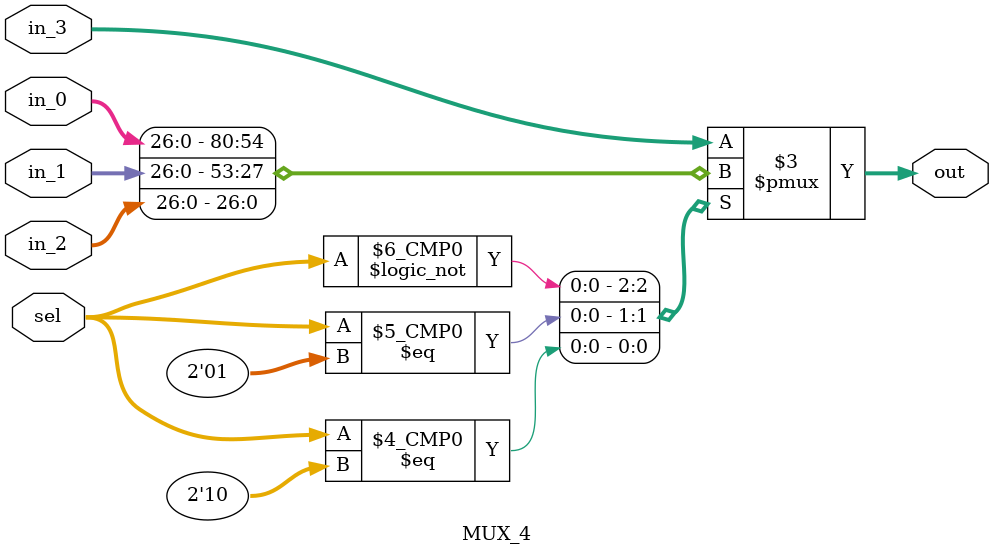
<source format=v>
`timescale 1ns / 1ps

module MUX_4
#(parameter data_length = 27)
	(
	input wire [data_length - 1 : 0] in_0,
	input wire [data_length - 1 : 0] in_1,
	input wire [data_length - 1 : 0] in_2,
	input wire [data_length - 1 : 0] in_3,
	input wire [1 : 0] sel,
	
	output reg [data_length - 1 : 0] out
    );
	
	always @(*)
	begin
		case(sel)
			0 : out = in_0;
			1 : out = in_1;
			2 : out = in_2;
			default : out = in_3;
		endcase
	end

endmodule

</source>
